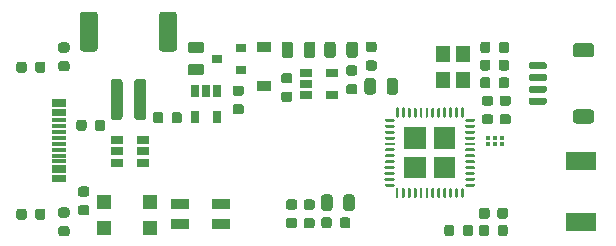
<source format=gbr>
G04 #@! TF.GenerationSoftware,KiCad,Pcbnew,(5.1.7-0-10_14)*
G04 #@! TF.CreationDate,2020-10-24T15:10:09+08:00*
G04 #@! TF.ProjectId,Feather_STM32WB55,46656174-6865-4725-9f53-544d33325742,rev?*
G04 #@! TF.SameCoordinates,Original*
G04 #@! TF.FileFunction,Paste,Top*
G04 #@! TF.FilePolarity,Positive*
%FSLAX46Y46*%
G04 Gerber Fmt 4.6, Leading zero omitted, Abs format (unit mm)*
G04 Created by KiCad (PCBNEW (5.1.7-0-10_14)) date 2020-10-24 15:10:09*
%MOMM*%
%LPD*%
G01*
G04 APERTURE LIST*
%ADD10C,0.100000*%
%ADD11R,2.600000X1.500000*%
%ADD12R,1.150000X0.300000*%
%ADD13R,0.300000X0.300000*%
%ADD14R,1.600000X0.850000*%
%ADD15R,0.242474X0.909637*%
%ADD16R,1.297940X1.148080*%
%ADD17R,1.200000X1.400000*%
%ADD18R,1.200000X0.900000*%
%ADD19R,0.900000X0.800000*%
%ADD20R,0.650000X1.060000*%
%ADD21R,1.060000X0.650000*%
G04 APERTURE END LIST*
D10*
G36*
X163671166Y-93376834D02*
G01*
X163671166Y-91574336D01*
X165473664Y-91574336D01*
X165473664Y-93376834D01*
X163671166Y-93376834D01*
G37*
G36*
X163671166Y-95877666D02*
G01*
X163671166Y-94075168D01*
X165473664Y-94075168D01*
X165473664Y-95877666D01*
X163671166Y-95877666D01*
G37*
G36*
X161170334Y-93376834D02*
G01*
X161170334Y-91574336D01*
X162972832Y-91574336D01*
X162972832Y-93376834D01*
X161170334Y-93376834D01*
G37*
G36*
X161170334Y-95877666D02*
G01*
X161170334Y-94075168D01*
X162972832Y-94075168D01*
X162972832Y-95877666D01*
X161170334Y-95877666D01*
G37*
G36*
G01*
X167575000Y-86556250D02*
X167575000Y-86043750D01*
G75*
G02*
X167793750Y-85825000I218750J0D01*
G01*
X168231250Y-85825000D01*
G75*
G02*
X168450000Y-86043750I0J-218750D01*
G01*
X168450000Y-86556250D01*
G75*
G02*
X168231250Y-86775000I-218750J0D01*
G01*
X167793750Y-86775000D01*
G75*
G02*
X167575000Y-86556250I0J218750D01*
G01*
G37*
G36*
G01*
X169150000Y-86556250D02*
X169150000Y-86043750D01*
G75*
G02*
X169368750Y-85825000I218750J0D01*
G01*
X169806250Y-85825000D01*
G75*
G02*
X170025000Y-86043750I0J-218750D01*
G01*
X170025000Y-86556250D01*
G75*
G02*
X169806250Y-86775000I-218750J0D01*
G01*
X169368750Y-86775000D01*
G75*
G02*
X169150000Y-86556250I0J218750D01*
G01*
G37*
D11*
X176100000Y-94450000D03*
X176100000Y-99550000D03*
D12*
X131940000Y-96056000D03*
X131940000Y-95256000D03*
X131940000Y-90456000D03*
X131940000Y-89656000D03*
X131940000Y-89356000D03*
X131940000Y-90156000D03*
X131940000Y-90956000D03*
X131940000Y-91456000D03*
X131940000Y-91956000D03*
X131940000Y-92456000D03*
X131940000Y-92956000D03*
X131940000Y-93456000D03*
X131940000Y-93956000D03*
X131940000Y-94456000D03*
X131940000Y-94956000D03*
X131940000Y-95756000D03*
D13*
X169412000Y-92475000D03*
X168825000Y-92475000D03*
X168238000Y-92475000D03*
X168238000Y-92975000D03*
X168825000Y-92975000D03*
X169412000Y-92975000D03*
G36*
G01*
X165400000Y-100043750D02*
X165400000Y-100556250D01*
G75*
G02*
X165181250Y-100775000I-218750J0D01*
G01*
X164743750Y-100775000D01*
G75*
G02*
X164525000Y-100556250I0J218750D01*
G01*
X164525000Y-100043750D01*
G75*
G02*
X164743750Y-99825000I218750J0D01*
G01*
X165181250Y-99825000D01*
G75*
G02*
X165400000Y-100043750I0J-218750D01*
G01*
G37*
G36*
G01*
X166975000Y-100043750D02*
X166975000Y-100556250D01*
G75*
G02*
X166756250Y-100775000I-218750J0D01*
G01*
X166318750Y-100775000D01*
G75*
G02*
X166100000Y-100556250I0J218750D01*
G01*
X166100000Y-100043750D01*
G75*
G02*
X166318750Y-99825000I218750J0D01*
G01*
X166756250Y-99825000D01*
G75*
G02*
X166975000Y-100043750I0J-218750D01*
G01*
G37*
G36*
G01*
X129890000Y-86743250D02*
X129890000Y-86230750D01*
G75*
G02*
X130108750Y-86012000I218750J0D01*
G01*
X130546250Y-86012000D01*
G75*
G02*
X130765000Y-86230750I0J-218750D01*
G01*
X130765000Y-86743250D01*
G75*
G02*
X130546250Y-86962000I-218750J0D01*
G01*
X130108750Y-86962000D01*
G75*
G02*
X129890000Y-86743250I0J218750D01*
G01*
G37*
G36*
G01*
X128315000Y-86743250D02*
X128315000Y-86230750D01*
G75*
G02*
X128533750Y-86012000I218750J0D01*
G01*
X128971250Y-86012000D01*
G75*
G02*
X129190000Y-86230750I0J-218750D01*
G01*
X129190000Y-86743250D01*
G75*
G02*
X128971250Y-86962000I-218750J0D01*
G01*
X128533750Y-86962000D01*
G75*
G02*
X128315000Y-86743250I0J218750D01*
G01*
G37*
G36*
G01*
X129190000Y-98676750D02*
X129190000Y-99189250D01*
G75*
G02*
X128971250Y-99408000I-218750J0D01*
G01*
X128533750Y-99408000D01*
G75*
G02*
X128315000Y-99189250I0J218750D01*
G01*
X128315000Y-98676750D01*
G75*
G02*
X128533750Y-98458000I218750J0D01*
G01*
X128971250Y-98458000D01*
G75*
G02*
X129190000Y-98676750I0J-218750D01*
G01*
G37*
G36*
G01*
X130765000Y-98676750D02*
X130765000Y-99189250D01*
G75*
G02*
X130546250Y-99408000I-218750J0D01*
G01*
X130108750Y-99408000D01*
G75*
G02*
X129890000Y-99189250I0J218750D01*
G01*
X129890000Y-98676750D01*
G75*
G02*
X130108750Y-98458000I218750J0D01*
G01*
X130546250Y-98458000D01*
G75*
G02*
X130765000Y-98676750I0J-218750D01*
G01*
G37*
G36*
G01*
X169025000Y-99100000D02*
X169025000Y-98600000D01*
G75*
G02*
X169250000Y-98375000I225000J0D01*
G01*
X169700000Y-98375000D01*
G75*
G02*
X169925000Y-98600000I0J-225000D01*
G01*
X169925000Y-99100000D01*
G75*
G02*
X169700000Y-99325000I-225000J0D01*
G01*
X169250000Y-99325000D01*
G75*
G02*
X169025000Y-99100000I0J225000D01*
G01*
G37*
G36*
G01*
X167475000Y-99100000D02*
X167475000Y-98600000D01*
G75*
G02*
X167700000Y-98375000I225000J0D01*
G01*
X168150000Y-98375000D01*
G75*
G02*
X168375000Y-98600000I0J-225000D01*
G01*
X168375000Y-99100000D01*
G75*
G02*
X168150000Y-99325000I-225000J0D01*
G01*
X167700000Y-99325000D01*
G75*
G02*
X167475000Y-99100000I0J225000D01*
G01*
G37*
D14*
X142150000Y-98025000D03*
X142150000Y-99775000D03*
X145650000Y-98025000D03*
X145650000Y-99775000D03*
G36*
G01*
X160254334Y-96597237D02*
X159587172Y-96597237D01*
G75*
G02*
X159465935Y-96476000I0J121237D01*
G01*
X159465935Y-96476000D01*
G75*
G02*
X159587172Y-96354763I121237J0D01*
G01*
X160254334Y-96354763D01*
G75*
G02*
X160375571Y-96476000I0J-121237D01*
G01*
X160375571Y-96476000D01*
G75*
G02*
X160254334Y-96597237I-121237J0D01*
G01*
G37*
G36*
G01*
X160254334Y-96097237D02*
X159587172Y-96097237D01*
G75*
G02*
X159465935Y-95976000I0J121237D01*
G01*
X159465935Y-95976000D01*
G75*
G02*
X159587172Y-95854763I121237J0D01*
G01*
X160254334Y-95854763D01*
G75*
G02*
X160375571Y-95976000I0J-121237D01*
G01*
X160375571Y-95976000D01*
G75*
G02*
X160254334Y-96097237I-121237J0D01*
G01*
G37*
G36*
G01*
X160254334Y-95597237D02*
X159587172Y-95597237D01*
G75*
G02*
X159465935Y-95476000I0J121237D01*
G01*
X159465935Y-95476000D01*
G75*
G02*
X159587172Y-95354763I121237J0D01*
G01*
X160254334Y-95354763D01*
G75*
G02*
X160375571Y-95476000I0J-121237D01*
G01*
X160375571Y-95476000D01*
G75*
G02*
X160254334Y-95597237I-121237J0D01*
G01*
G37*
G36*
G01*
X160254334Y-95097237D02*
X159587172Y-95097237D01*
G75*
G02*
X159465935Y-94976000I0J121237D01*
G01*
X159465935Y-94976000D01*
G75*
G02*
X159587172Y-94854763I121237J0D01*
G01*
X160254334Y-94854763D01*
G75*
G02*
X160375571Y-94976000I0J-121237D01*
G01*
X160375571Y-94976000D01*
G75*
G02*
X160254334Y-95097237I-121237J0D01*
G01*
G37*
G36*
G01*
X160254334Y-94597237D02*
X159587172Y-94597237D01*
G75*
G02*
X159465935Y-94476000I0J121237D01*
G01*
X159465935Y-94476000D01*
G75*
G02*
X159587172Y-94354763I121237J0D01*
G01*
X160254334Y-94354763D01*
G75*
G02*
X160375571Y-94476000I0J-121237D01*
G01*
X160375571Y-94476000D01*
G75*
G02*
X160254334Y-94597237I-121237J0D01*
G01*
G37*
G36*
G01*
X160254334Y-94097237D02*
X159587172Y-94097237D01*
G75*
G02*
X159465935Y-93976000I0J121237D01*
G01*
X159465935Y-93976000D01*
G75*
G02*
X159587172Y-93854763I121237J0D01*
G01*
X160254334Y-93854763D01*
G75*
G02*
X160375571Y-93976000I0J-121237D01*
G01*
X160375571Y-93976000D01*
G75*
G02*
X160254334Y-94097237I-121237J0D01*
G01*
G37*
G36*
G01*
X160254334Y-93597237D02*
X159587172Y-93597237D01*
G75*
G02*
X159465935Y-93476000I0J121237D01*
G01*
X159465935Y-93476000D01*
G75*
G02*
X159587172Y-93354763I121237J0D01*
G01*
X160254334Y-93354763D01*
G75*
G02*
X160375571Y-93476000I0J-121237D01*
G01*
X160375571Y-93476000D01*
G75*
G02*
X160254334Y-93597237I-121237J0D01*
G01*
G37*
G36*
G01*
X160254334Y-93097237D02*
X159587172Y-93097237D01*
G75*
G02*
X159465935Y-92976000I0J121237D01*
G01*
X159465935Y-92976000D01*
G75*
G02*
X159587172Y-92854763I121237J0D01*
G01*
X160254334Y-92854763D01*
G75*
G02*
X160375571Y-92976000I0J-121237D01*
G01*
X160375571Y-92976000D01*
G75*
G02*
X160254334Y-93097237I-121237J0D01*
G01*
G37*
G36*
G01*
X160254334Y-92597237D02*
X159587172Y-92597237D01*
G75*
G02*
X159465935Y-92476000I0J121237D01*
G01*
X159465935Y-92476000D01*
G75*
G02*
X159587172Y-92354763I121237J0D01*
G01*
X160254334Y-92354763D01*
G75*
G02*
X160375571Y-92476000I0J-121237D01*
G01*
X160375571Y-92476000D01*
G75*
G02*
X160254334Y-92597237I-121237J0D01*
G01*
G37*
G36*
G01*
X160254334Y-92097237D02*
X159587172Y-92097237D01*
G75*
G02*
X159465935Y-91976000I0J121237D01*
G01*
X159465935Y-91976000D01*
G75*
G02*
X159587172Y-91854763I121237J0D01*
G01*
X160254334Y-91854763D01*
G75*
G02*
X160375571Y-91976000I0J-121237D01*
G01*
X160375571Y-91976000D01*
G75*
G02*
X160254334Y-92097237I-121237J0D01*
G01*
G37*
G36*
G01*
X160254334Y-91597237D02*
X159587172Y-91597237D01*
G75*
G02*
X159465935Y-91476000I0J121237D01*
G01*
X159465935Y-91476000D01*
G75*
G02*
X159587172Y-91354763I121237J0D01*
G01*
X160254334Y-91354763D01*
G75*
G02*
X160375571Y-91476000I0J-121237D01*
G01*
X160375571Y-91476000D01*
G75*
G02*
X160254334Y-91597237I-121237J0D01*
G01*
G37*
G36*
G01*
X160254334Y-91097237D02*
X159587172Y-91097237D01*
G75*
G02*
X159465935Y-90976000I0J121237D01*
G01*
X159465935Y-90976000D01*
G75*
G02*
X159587172Y-90854763I121237J0D01*
G01*
X160254334Y-90854763D01*
G75*
G02*
X160375571Y-90976000I0J-121237D01*
G01*
X160375571Y-90976000D01*
G75*
G02*
X160254334Y-91097237I-121237J0D01*
G01*
G37*
G36*
G01*
X167056829Y-91097237D02*
X166389667Y-91097237D01*
G75*
G02*
X166268430Y-90976000I0J121237D01*
G01*
X166268430Y-90976000D01*
G75*
G02*
X166389667Y-90854763I121237J0D01*
G01*
X167056829Y-90854763D01*
G75*
G02*
X167178066Y-90976000I0J-121237D01*
G01*
X167178066Y-90976000D01*
G75*
G02*
X167056829Y-91097237I-121237J0D01*
G01*
G37*
G36*
G01*
X167056829Y-91597237D02*
X166389667Y-91597237D01*
G75*
G02*
X166268430Y-91476000I0J121237D01*
G01*
X166268430Y-91476000D01*
G75*
G02*
X166389667Y-91354763I121237J0D01*
G01*
X167056829Y-91354763D01*
G75*
G02*
X167178066Y-91476000I0J-121237D01*
G01*
X167178066Y-91476000D01*
G75*
G02*
X167056829Y-91597237I-121237J0D01*
G01*
G37*
G36*
G01*
X167056829Y-92097237D02*
X166389667Y-92097237D01*
G75*
G02*
X166268430Y-91976000I0J121237D01*
G01*
X166268430Y-91976000D01*
G75*
G02*
X166389667Y-91854763I121237J0D01*
G01*
X167056829Y-91854763D01*
G75*
G02*
X167178066Y-91976000I0J-121237D01*
G01*
X167178066Y-91976000D01*
G75*
G02*
X167056829Y-92097237I-121237J0D01*
G01*
G37*
G36*
G01*
X167056829Y-92597237D02*
X166389667Y-92597237D01*
G75*
G02*
X166268430Y-92476000I0J121237D01*
G01*
X166268430Y-92476000D01*
G75*
G02*
X166389667Y-92354763I121237J0D01*
G01*
X167056829Y-92354763D01*
G75*
G02*
X167178066Y-92476000I0J-121237D01*
G01*
X167178066Y-92476000D01*
G75*
G02*
X167056829Y-92597237I-121237J0D01*
G01*
G37*
G36*
G01*
X167056829Y-93097237D02*
X166389667Y-93097237D01*
G75*
G02*
X166268430Y-92976000I0J121237D01*
G01*
X166268430Y-92976000D01*
G75*
G02*
X166389667Y-92854763I121237J0D01*
G01*
X167056829Y-92854763D01*
G75*
G02*
X167178066Y-92976000I0J-121237D01*
G01*
X167178066Y-92976000D01*
G75*
G02*
X167056829Y-93097237I-121237J0D01*
G01*
G37*
G36*
G01*
X167056829Y-93597237D02*
X166389667Y-93597237D01*
G75*
G02*
X166268430Y-93476000I0J121237D01*
G01*
X166268430Y-93476000D01*
G75*
G02*
X166389667Y-93354763I121237J0D01*
G01*
X167056829Y-93354763D01*
G75*
G02*
X167178066Y-93476000I0J-121237D01*
G01*
X167178066Y-93476000D01*
G75*
G02*
X167056829Y-93597237I-121237J0D01*
G01*
G37*
G36*
G01*
X167056829Y-94097237D02*
X166389667Y-94097237D01*
G75*
G02*
X166268430Y-93976000I0J121237D01*
G01*
X166268430Y-93976000D01*
G75*
G02*
X166389667Y-93854763I121237J0D01*
G01*
X167056829Y-93854763D01*
G75*
G02*
X167178066Y-93976000I0J-121237D01*
G01*
X167178066Y-93976000D01*
G75*
G02*
X167056829Y-94097237I-121237J0D01*
G01*
G37*
G36*
G01*
X167056829Y-94597237D02*
X166389667Y-94597237D01*
G75*
G02*
X166268430Y-94476000I0J121237D01*
G01*
X166268430Y-94476000D01*
G75*
G02*
X166389667Y-94354763I121237J0D01*
G01*
X167056829Y-94354763D01*
G75*
G02*
X167178066Y-94476000I0J-121237D01*
G01*
X167178066Y-94476000D01*
G75*
G02*
X167056829Y-94597237I-121237J0D01*
G01*
G37*
G36*
G01*
X167056829Y-95097237D02*
X166389667Y-95097237D01*
G75*
G02*
X166268430Y-94976000I0J121237D01*
G01*
X166268430Y-94976000D01*
G75*
G02*
X166389667Y-94854763I121237J0D01*
G01*
X167056829Y-94854763D01*
G75*
G02*
X167178066Y-94976000I0J-121237D01*
G01*
X167178066Y-94976000D01*
G75*
G02*
X167056829Y-95097237I-121237J0D01*
G01*
G37*
G36*
G01*
X167056829Y-95597237D02*
X166389667Y-95597237D01*
G75*
G02*
X166268430Y-95476000I0J121237D01*
G01*
X166268430Y-95476000D01*
G75*
G02*
X166389667Y-95354763I121237J0D01*
G01*
X167056829Y-95354763D01*
G75*
G02*
X167178066Y-95476000I0J-121237D01*
G01*
X167178066Y-95476000D01*
G75*
G02*
X167056829Y-95597237I-121237J0D01*
G01*
G37*
G36*
G01*
X167056829Y-96097237D02*
X166389667Y-96097237D01*
G75*
G02*
X166268430Y-95976000I0J121237D01*
G01*
X166268430Y-95976000D01*
G75*
G02*
X166389667Y-95854763I121237J0D01*
G01*
X167056829Y-95854763D01*
G75*
G02*
X167178066Y-95976000I0J-121237D01*
G01*
X167178066Y-95976000D01*
G75*
G02*
X167056829Y-96097237I-121237J0D01*
G01*
G37*
G36*
G01*
X167056829Y-96597237D02*
X166389667Y-96597237D01*
G75*
G02*
X166268430Y-96476000I0J121237D01*
G01*
X166268430Y-96476000D01*
G75*
G02*
X166389667Y-96354763I121237J0D01*
G01*
X167056829Y-96354763D01*
G75*
G02*
X167178066Y-96476000I0J-121237D01*
G01*
X167178066Y-96476000D01*
G75*
G02*
X167056829Y-96597237I-121237J0D01*
G01*
G37*
G36*
G01*
X160572000Y-90779570D02*
X160572000Y-90779570D01*
G75*
G02*
X160450763Y-90658333I0J121237D01*
G01*
X160450763Y-89991171D01*
G75*
G02*
X160572000Y-89869934I121237J0D01*
G01*
X160572000Y-89869934D01*
G75*
G02*
X160693237Y-89991171I0J-121237D01*
G01*
X160693237Y-90658333D01*
G75*
G02*
X160572000Y-90779570I-121237J0D01*
G01*
G37*
G36*
G01*
X161072000Y-90779570D02*
X161072000Y-90779570D01*
G75*
G02*
X160950763Y-90658333I0J121237D01*
G01*
X160950763Y-89991171D01*
G75*
G02*
X161072000Y-89869934I121237J0D01*
G01*
X161072000Y-89869934D01*
G75*
G02*
X161193237Y-89991171I0J-121237D01*
G01*
X161193237Y-90658333D01*
G75*
G02*
X161072000Y-90779570I-121237J0D01*
G01*
G37*
G36*
G01*
X161572000Y-90779570D02*
X161572000Y-90779570D01*
G75*
G02*
X161450763Y-90658333I0J121237D01*
G01*
X161450763Y-89991171D01*
G75*
G02*
X161572000Y-89869934I121237J0D01*
G01*
X161572000Y-89869934D01*
G75*
G02*
X161693237Y-89991171I0J-121237D01*
G01*
X161693237Y-90658333D01*
G75*
G02*
X161572000Y-90779570I-121237J0D01*
G01*
G37*
G36*
G01*
X162072000Y-90779570D02*
X162072000Y-90779570D01*
G75*
G02*
X161950763Y-90658333I0J121237D01*
G01*
X161950763Y-89991171D01*
G75*
G02*
X162072000Y-89869934I121237J0D01*
G01*
X162072000Y-89869934D01*
G75*
G02*
X162193237Y-89991171I0J-121237D01*
G01*
X162193237Y-90658333D01*
G75*
G02*
X162072000Y-90779570I-121237J0D01*
G01*
G37*
G36*
G01*
X162572000Y-90779570D02*
X162572000Y-90779570D01*
G75*
G02*
X162450763Y-90658333I0J121237D01*
G01*
X162450763Y-89991171D01*
G75*
G02*
X162572000Y-89869934I121237J0D01*
G01*
X162572000Y-89869934D01*
G75*
G02*
X162693237Y-89991171I0J-121237D01*
G01*
X162693237Y-90658333D01*
G75*
G02*
X162572000Y-90779570I-121237J0D01*
G01*
G37*
G36*
G01*
X163072000Y-90779570D02*
X163072000Y-90779570D01*
G75*
G02*
X162950763Y-90658333I0J121237D01*
G01*
X162950763Y-89991171D01*
G75*
G02*
X163072000Y-89869934I121237J0D01*
G01*
X163072000Y-89869934D01*
G75*
G02*
X163193237Y-89991171I0J-121237D01*
G01*
X163193237Y-90658333D01*
G75*
G02*
X163072000Y-90779570I-121237J0D01*
G01*
G37*
G36*
G01*
X163572000Y-90779570D02*
X163572000Y-90779570D01*
G75*
G02*
X163450763Y-90658333I0J121237D01*
G01*
X163450763Y-89991171D01*
G75*
G02*
X163572000Y-89869934I121237J0D01*
G01*
X163572000Y-89869934D01*
G75*
G02*
X163693237Y-89991171I0J-121237D01*
G01*
X163693237Y-90658333D01*
G75*
G02*
X163572000Y-90779570I-121237J0D01*
G01*
G37*
G36*
G01*
X164072000Y-90779570D02*
X164072000Y-90779570D01*
G75*
G02*
X163950763Y-90658333I0J121237D01*
G01*
X163950763Y-89991171D01*
G75*
G02*
X164072000Y-89869934I121237J0D01*
G01*
X164072000Y-89869934D01*
G75*
G02*
X164193237Y-89991171I0J-121237D01*
G01*
X164193237Y-90658333D01*
G75*
G02*
X164072000Y-90779570I-121237J0D01*
G01*
G37*
G36*
G01*
X164572000Y-90779570D02*
X164572000Y-90779570D01*
G75*
G02*
X164450763Y-90658333I0J121237D01*
G01*
X164450763Y-89991171D01*
G75*
G02*
X164572000Y-89869934I121237J0D01*
G01*
X164572000Y-89869934D01*
G75*
G02*
X164693237Y-89991171I0J-121237D01*
G01*
X164693237Y-90658333D01*
G75*
G02*
X164572000Y-90779570I-121237J0D01*
G01*
G37*
G36*
G01*
X165072000Y-90779570D02*
X165072000Y-90779570D01*
G75*
G02*
X164950763Y-90658333I0J121237D01*
G01*
X164950763Y-89991171D01*
G75*
G02*
X165072000Y-89869934I121237J0D01*
G01*
X165072000Y-89869934D01*
G75*
G02*
X165193237Y-89991171I0J-121237D01*
G01*
X165193237Y-90658333D01*
G75*
G02*
X165072000Y-90779570I-121237J0D01*
G01*
G37*
G36*
G01*
X165572000Y-90779570D02*
X165572000Y-90779570D01*
G75*
G02*
X165450763Y-90658333I0J121237D01*
G01*
X165450763Y-89991171D01*
G75*
G02*
X165572000Y-89869934I121237J0D01*
G01*
X165572000Y-89869934D01*
G75*
G02*
X165693237Y-89991171I0J-121237D01*
G01*
X165693237Y-90658333D01*
G75*
G02*
X165572000Y-90779570I-121237J0D01*
G01*
G37*
G36*
G01*
X166072000Y-90779570D02*
X166072000Y-90779570D01*
G75*
G02*
X165950763Y-90658333I0J121237D01*
G01*
X165950763Y-89991171D01*
G75*
G02*
X166072000Y-89869934I121237J0D01*
G01*
X166072000Y-89869934D01*
G75*
G02*
X166193237Y-89991171I0J-121237D01*
G01*
X166193237Y-90658333D01*
G75*
G02*
X166072000Y-90779570I-121237J0D01*
G01*
G37*
G36*
G01*
X166072000Y-97582065D02*
X166072000Y-97582065D01*
G75*
G02*
X165950763Y-97460828I0J121237D01*
G01*
X165950763Y-96793666D01*
G75*
G02*
X166072000Y-96672429I121237J0D01*
G01*
X166072000Y-96672429D01*
G75*
G02*
X166193237Y-96793666I0J-121237D01*
G01*
X166193237Y-97460828D01*
G75*
G02*
X166072000Y-97582065I-121237J0D01*
G01*
G37*
G36*
G01*
X165572000Y-97582065D02*
X165572000Y-97582065D01*
G75*
G02*
X165450763Y-97460828I0J121237D01*
G01*
X165450763Y-96793666D01*
G75*
G02*
X165572000Y-96672429I121237J0D01*
G01*
X165572000Y-96672429D01*
G75*
G02*
X165693237Y-96793666I0J-121237D01*
G01*
X165693237Y-97460828D01*
G75*
G02*
X165572000Y-97582065I-121237J0D01*
G01*
G37*
G36*
G01*
X165072000Y-97582065D02*
X165072000Y-97582065D01*
G75*
G02*
X164950763Y-97460828I0J121237D01*
G01*
X164950763Y-96793666D01*
G75*
G02*
X165072000Y-96672429I121237J0D01*
G01*
X165072000Y-96672429D01*
G75*
G02*
X165193237Y-96793666I0J-121237D01*
G01*
X165193237Y-97460828D01*
G75*
G02*
X165072000Y-97582065I-121237J0D01*
G01*
G37*
G36*
G01*
X164572000Y-97582065D02*
X164572000Y-97582065D01*
G75*
G02*
X164450763Y-97460828I0J121237D01*
G01*
X164450763Y-96793666D01*
G75*
G02*
X164572000Y-96672429I121237J0D01*
G01*
X164572000Y-96672429D01*
G75*
G02*
X164693237Y-96793666I0J-121237D01*
G01*
X164693237Y-97460828D01*
G75*
G02*
X164572000Y-97582065I-121237J0D01*
G01*
G37*
G36*
G01*
X164072000Y-97582065D02*
X164072000Y-97582065D01*
G75*
G02*
X163950763Y-97460828I0J121237D01*
G01*
X163950763Y-96793666D01*
G75*
G02*
X164072000Y-96672429I121237J0D01*
G01*
X164072000Y-96672429D01*
G75*
G02*
X164193237Y-96793666I0J-121237D01*
G01*
X164193237Y-97460828D01*
G75*
G02*
X164072000Y-97582065I-121237J0D01*
G01*
G37*
G36*
G01*
X163572000Y-97582065D02*
X163572000Y-97582065D01*
G75*
G02*
X163450763Y-97460828I0J121237D01*
G01*
X163450763Y-96793666D01*
G75*
G02*
X163572000Y-96672429I121237J0D01*
G01*
X163572000Y-96672429D01*
G75*
G02*
X163693237Y-96793666I0J-121237D01*
G01*
X163693237Y-97460828D01*
G75*
G02*
X163572000Y-97582065I-121237J0D01*
G01*
G37*
G36*
G01*
X163072000Y-97582065D02*
X163072000Y-97582065D01*
G75*
G02*
X162950763Y-97460828I0J121237D01*
G01*
X162950763Y-96793666D01*
G75*
G02*
X163072000Y-96672429I121237J0D01*
G01*
X163072000Y-96672429D01*
G75*
G02*
X163193237Y-96793666I0J-121237D01*
G01*
X163193237Y-97460828D01*
G75*
G02*
X163072000Y-97582065I-121237J0D01*
G01*
G37*
G36*
G01*
X162572000Y-97582065D02*
X162572000Y-97582065D01*
G75*
G02*
X162450763Y-97460828I0J121237D01*
G01*
X162450763Y-96793666D01*
G75*
G02*
X162572000Y-96672429I121237J0D01*
G01*
X162572000Y-96672429D01*
G75*
G02*
X162693237Y-96793666I0J-121237D01*
G01*
X162693237Y-97460828D01*
G75*
G02*
X162572000Y-97582065I-121237J0D01*
G01*
G37*
G36*
G01*
X162072000Y-97582065D02*
X162072000Y-97582065D01*
G75*
G02*
X161950763Y-97460828I0J121237D01*
G01*
X161950763Y-96793666D01*
G75*
G02*
X162072000Y-96672429I121237J0D01*
G01*
X162072000Y-96672429D01*
G75*
G02*
X162193237Y-96793666I0J-121237D01*
G01*
X162193237Y-97460828D01*
G75*
G02*
X162072000Y-97582065I-121237J0D01*
G01*
G37*
G36*
G01*
X161572000Y-97582065D02*
X161572000Y-97582065D01*
G75*
G02*
X161450763Y-97460828I0J121237D01*
G01*
X161450763Y-96793666D01*
G75*
G02*
X161572000Y-96672429I121237J0D01*
G01*
X161572000Y-96672429D01*
G75*
G02*
X161693237Y-96793666I0J-121237D01*
G01*
X161693237Y-97460828D01*
G75*
G02*
X161572000Y-97582065I-121237J0D01*
G01*
G37*
G36*
G01*
X161072000Y-97582065D02*
X161072000Y-97582065D01*
G75*
G02*
X160950763Y-97460828I0J121237D01*
G01*
X160950763Y-96793666D01*
G75*
G02*
X161072000Y-96672429I121237J0D01*
G01*
X161072000Y-96672429D01*
G75*
G02*
X161193237Y-96793666I0J-121237D01*
G01*
X161193237Y-97460828D01*
G75*
G02*
X161072000Y-97582065I-121237J0D01*
G01*
G37*
D15*
X160572000Y-97127247D03*
G36*
G01*
X135195000Y-82010000D02*
X135195000Y-84910000D01*
G75*
G02*
X134945000Y-85160000I-250000J0D01*
G01*
X133945000Y-85160000D01*
G75*
G02*
X133695000Y-84910000I0J250000D01*
G01*
X133695000Y-82010000D01*
G75*
G02*
X133945000Y-81760000I250000J0D01*
G01*
X134945000Y-81760000D01*
G75*
G02*
X135195000Y-82010000I0J-250000D01*
G01*
G37*
G36*
G01*
X141895000Y-82010000D02*
X141895000Y-84910000D01*
G75*
G02*
X141645000Y-85160000I-250000J0D01*
G01*
X140645000Y-85160000D01*
G75*
G02*
X140395000Y-84910000I0J250000D01*
G01*
X140395000Y-82010000D01*
G75*
G02*
X140645000Y-81760000I250000J0D01*
G01*
X141645000Y-81760000D01*
G75*
G02*
X141895000Y-82010000I0J-250000D01*
G01*
G37*
G36*
G01*
X137295000Y-87710000D02*
X137295000Y-90710000D01*
G75*
G02*
X137045000Y-90960000I-250000J0D01*
G01*
X136545000Y-90960000D01*
G75*
G02*
X136295000Y-90710000I0J250000D01*
G01*
X136295000Y-87710000D01*
G75*
G02*
X136545000Y-87460000I250000J0D01*
G01*
X137045000Y-87460000D01*
G75*
G02*
X137295000Y-87710000I0J-250000D01*
G01*
G37*
G36*
G01*
X139295000Y-87710000D02*
X139295000Y-90710000D01*
G75*
G02*
X139045000Y-90960000I-250000J0D01*
G01*
X138545000Y-90960000D01*
G75*
G02*
X138295000Y-90710000I0J250000D01*
G01*
X138295000Y-87710000D01*
G75*
G02*
X138545000Y-87460000I250000J0D01*
G01*
X139045000Y-87460000D01*
G75*
G02*
X139295000Y-87710000I0J-250000D01*
G01*
G37*
D16*
X139648180Y-100074420D03*
X135751820Y-100074420D03*
X139648180Y-97925580D03*
X135751820Y-97925580D03*
D17*
X166150000Y-85400000D03*
X166150000Y-87600000D03*
X164450000Y-87600000D03*
X164450000Y-85400000D03*
D18*
X149250000Y-84750000D03*
X149250000Y-88050000D03*
G36*
G01*
X173075000Y-89650000D02*
X171825000Y-89650000D01*
G75*
G02*
X171675000Y-89500000I0J150000D01*
G01*
X171675000Y-89200000D01*
G75*
G02*
X171825000Y-89050000I150000J0D01*
G01*
X173075000Y-89050000D01*
G75*
G02*
X173225000Y-89200000I0J-150000D01*
G01*
X173225000Y-89500000D01*
G75*
G02*
X173075000Y-89650000I-150000J0D01*
G01*
G37*
G36*
G01*
X173075000Y-88650000D02*
X171825000Y-88650000D01*
G75*
G02*
X171675000Y-88500000I0J150000D01*
G01*
X171675000Y-88200000D01*
G75*
G02*
X171825000Y-88050000I150000J0D01*
G01*
X173075000Y-88050000D01*
G75*
G02*
X173225000Y-88200000I0J-150000D01*
G01*
X173225000Y-88500000D01*
G75*
G02*
X173075000Y-88650000I-150000J0D01*
G01*
G37*
G36*
G01*
X173075000Y-87650000D02*
X171825000Y-87650000D01*
G75*
G02*
X171675000Y-87500000I0J150000D01*
G01*
X171675000Y-87200000D01*
G75*
G02*
X171825000Y-87050000I150000J0D01*
G01*
X173075000Y-87050000D01*
G75*
G02*
X173225000Y-87200000I0J-150000D01*
G01*
X173225000Y-87500000D01*
G75*
G02*
X173075000Y-87650000I-150000J0D01*
G01*
G37*
G36*
G01*
X173075000Y-86650000D02*
X171825000Y-86650000D01*
G75*
G02*
X171675000Y-86500000I0J150000D01*
G01*
X171675000Y-86200000D01*
G75*
G02*
X171825000Y-86050000I150000J0D01*
G01*
X173075000Y-86050000D01*
G75*
G02*
X173225000Y-86200000I0J-150000D01*
G01*
X173225000Y-86500000D01*
G75*
G02*
X173075000Y-86650000I-150000J0D01*
G01*
G37*
G36*
G01*
X176975001Y-91250000D02*
X175674999Y-91250000D01*
G75*
G02*
X175425000Y-91000001I0J249999D01*
G01*
X175425000Y-90299999D01*
G75*
G02*
X175674999Y-90050000I249999J0D01*
G01*
X176975001Y-90050000D01*
G75*
G02*
X177225000Y-90299999I0J-249999D01*
G01*
X177225000Y-91000001D01*
G75*
G02*
X176975001Y-91250000I-249999J0D01*
G01*
G37*
G36*
G01*
X176975001Y-85650000D02*
X175674999Y-85650000D01*
G75*
G02*
X175425000Y-85400001I0J249999D01*
G01*
X175425000Y-84699999D01*
G75*
G02*
X175674999Y-84450000I249999J0D01*
G01*
X176975001Y-84450000D01*
G75*
G02*
X177225000Y-84699999I0J-249999D01*
G01*
X177225000Y-85400001D01*
G75*
G02*
X176975001Y-85650000I-249999J0D01*
G01*
G37*
D19*
X147300000Y-86750000D03*
X147300000Y-84850000D03*
X145300000Y-85800000D03*
D20*
X145299000Y-88466000D03*
X144349000Y-88466000D03*
X143399000Y-88466000D03*
X143399000Y-90666000D03*
X145299000Y-90666000D03*
D21*
X155016000Y-86930000D03*
X155016000Y-88830000D03*
X152816000Y-88830000D03*
X152816000Y-87880000D03*
X152816000Y-86930000D03*
X136822000Y-92649000D03*
X136822000Y-93599000D03*
X136822000Y-94549000D03*
X139022000Y-94549000D03*
X139022000Y-92649000D03*
X139022000Y-93599000D03*
G36*
G01*
X143053750Y-84325000D02*
X143966250Y-84325000D01*
G75*
G02*
X144210000Y-84568750I0J-243750D01*
G01*
X144210000Y-85056250D01*
G75*
G02*
X143966250Y-85300000I-243750J0D01*
G01*
X143053750Y-85300000D01*
G75*
G02*
X142810000Y-85056250I0J243750D01*
G01*
X142810000Y-84568750D01*
G75*
G02*
X143053750Y-84325000I243750J0D01*
G01*
G37*
G36*
G01*
X143053750Y-86200000D02*
X143966250Y-86200000D01*
G75*
G02*
X144210000Y-86443750I0J-243750D01*
G01*
X144210000Y-86931250D01*
G75*
G02*
X143966250Y-87175000I-243750J0D01*
G01*
X143053750Y-87175000D01*
G75*
G02*
X142810000Y-86931250I0J243750D01*
G01*
X142810000Y-86443750D01*
G75*
G02*
X143053750Y-86200000I243750J0D01*
G01*
G37*
G36*
G01*
X152650000Y-85456250D02*
X152650000Y-84543750D01*
G75*
G02*
X152893750Y-84300000I243750J0D01*
G01*
X153381250Y-84300000D01*
G75*
G02*
X153625000Y-84543750I0J-243750D01*
G01*
X153625000Y-85456250D01*
G75*
G02*
X153381250Y-85700000I-243750J0D01*
G01*
X152893750Y-85700000D01*
G75*
G02*
X152650000Y-85456250I0J243750D01*
G01*
G37*
G36*
G01*
X150775000Y-85456250D02*
X150775000Y-84543750D01*
G75*
G02*
X151018750Y-84300000I243750J0D01*
G01*
X151506250Y-84300000D01*
G75*
G02*
X151750000Y-84543750I0J-243750D01*
G01*
X151750000Y-85456250D01*
G75*
G02*
X151506250Y-85700000I-243750J0D01*
G01*
X151018750Y-85700000D01*
G75*
G02*
X150775000Y-85456250I0J243750D01*
G01*
G37*
G36*
G01*
X154375000Y-85456250D02*
X154375000Y-84543750D01*
G75*
G02*
X154618750Y-84300000I243750J0D01*
G01*
X155106250Y-84300000D01*
G75*
G02*
X155350000Y-84543750I0J-243750D01*
G01*
X155350000Y-85456250D01*
G75*
G02*
X155106250Y-85700000I-243750J0D01*
G01*
X154618750Y-85700000D01*
G75*
G02*
X154375000Y-85456250I0J243750D01*
G01*
G37*
G36*
G01*
X156250000Y-85456250D02*
X156250000Y-84543750D01*
G75*
G02*
X156493750Y-84300000I243750J0D01*
G01*
X156981250Y-84300000D01*
G75*
G02*
X157225000Y-84543750I0J-243750D01*
G01*
X157225000Y-85456250D01*
G75*
G02*
X156981250Y-85700000I-243750J0D01*
G01*
X156493750Y-85700000D01*
G75*
G02*
X156250000Y-85456250I0J243750D01*
G01*
G37*
G36*
G01*
X158750000Y-87643750D02*
X158750000Y-88556250D01*
G75*
G02*
X158506250Y-88800000I-243750J0D01*
G01*
X158018750Y-88800000D01*
G75*
G02*
X157775000Y-88556250I0J243750D01*
G01*
X157775000Y-87643750D01*
G75*
G02*
X158018750Y-87400000I243750J0D01*
G01*
X158506250Y-87400000D01*
G75*
G02*
X158750000Y-87643750I0J-243750D01*
G01*
G37*
G36*
G01*
X160625000Y-87643750D02*
X160625000Y-88556250D01*
G75*
G02*
X160381250Y-88800000I-243750J0D01*
G01*
X159893750Y-88800000D01*
G75*
G02*
X159650000Y-88556250I0J243750D01*
G01*
X159650000Y-87643750D01*
G75*
G02*
X159893750Y-87400000I243750J0D01*
G01*
X160381250Y-87400000D01*
G75*
G02*
X160625000Y-87643750I0J-243750D01*
G01*
G37*
G36*
G01*
X167475000Y-100556250D02*
X167475000Y-100043750D01*
G75*
G02*
X167693750Y-99825000I218750J0D01*
G01*
X168131250Y-99825000D01*
G75*
G02*
X168350000Y-100043750I0J-218750D01*
G01*
X168350000Y-100556250D01*
G75*
G02*
X168131250Y-100775000I-218750J0D01*
G01*
X167693750Y-100775000D01*
G75*
G02*
X167475000Y-100556250I0J218750D01*
G01*
G37*
G36*
G01*
X169050000Y-100556250D02*
X169050000Y-100043750D01*
G75*
G02*
X169268750Y-99825000I218750J0D01*
G01*
X169706250Y-99825000D01*
G75*
G02*
X169925000Y-100043750I0J-218750D01*
G01*
X169925000Y-100556250D01*
G75*
G02*
X169706250Y-100775000I-218750J0D01*
G01*
X169268750Y-100775000D01*
G75*
G02*
X169050000Y-100556250I0J218750D01*
G01*
G37*
G36*
G01*
X156962500Y-97493750D02*
X156962500Y-98406250D01*
G75*
G02*
X156718750Y-98650000I-243750J0D01*
G01*
X156231250Y-98650000D01*
G75*
G02*
X155987500Y-98406250I0J243750D01*
G01*
X155987500Y-97493750D01*
G75*
G02*
X156231250Y-97250000I243750J0D01*
G01*
X156718750Y-97250000D01*
G75*
G02*
X156962500Y-97493750I0J-243750D01*
G01*
G37*
G36*
G01*
X155087500Y-97493750D02*
X155087500Y-98406250D01*
G75*
G02*
X154843750Y-98650000I-243750J0D01*
G01*
X154356250Y-98650000D01*
G75*
G02*
X154112500Y-98406250I0J243750D01*
G01*
X154112500Y-97493750D01*
G75*
G02*
X154356250Y-97250000I243750J0D01*
G01*
X154843750Y-97250000D01*
G75*
G02*
X155087500Y-97493750I0J-243750D01*
G01*
G37*
G36*
G01*
X152843750Y-97673000D02*
X153356250Y-97673000D01*
G75*
G02*
X153575000Y-97891750I0J-218750D01*
G01*
X153575000Y-98329250D01*
G75*
G02*
X153356250Y-98548000I-218750J0D01*
G01*
X152843750Y-98548000D01*
G75*
G02*
X152625000Y-98329250I0J218750D01*
G01*
X152625000Y-97891750D01*
G75*
G02*
X152843750Y-97673000I218750J0D01*
G01*
G37*
G36*
G01*
X152843750Y-99248000D02*
X153356250Y-99248000D01*
G75*
G02*
X153575000Y-99466750I0J-218750D01*
G01*
X153575000Y-99904250D01*
G75*
G02*
X153356250Y-100123000I-218750J0D01*
G01*
X152843750Y-100123000D01*
G75*
G02*
X152625000Y-99904250I0J218750D01*
G01*
X152625000Y-99466750D01*
G75*
G02*
X152843750Y-99248000I218750J0D01*
G01*
G37*
G36*
G01*
X151350750Y-99248000D02*
X151863250Y-99248000D01*
G75*
G02*
X152082000Y-99466750I0J-218750D01*
G01*
X152082000Y-99904250D01*
G75*
G02*
X151863250Y-100123000I-218750J0D01*
G01*
X151350750Y-100123000D01*
G75*
G02*
X151132000Y-99904250I0J218750D01*
G01*
X151132000Y-99466750D01*
G75*
G02*
X151350750Y-99248000I218750J0D01*
G01*
G37*
G36*
G01*
X151350750Y-97673000D02*
X151863250Y-97673000D01*
G75*
G02*
X152082000Y-97891750I0J-218750D01*
G01*
X152082000Y-98329250D01*
G75*
G02*
X151863250Y-98548000I-218750J0D01*
G01*
X151350750Y-98548000D01*
G75*
G02*
X151132000Y-98329250I0J218750D01*
G01*
X151132000Y-97891750D01*
G75*
G02*
X151350750Y-97673000I218750J0D01*
G01*
G37*
G36*
G01*
X169150000Y-88056250D02*
X169150000Y-87543750D01*
G75*
G02*
X169368750Y-87325000I218750J0D01*
G01*
X169806250Y-87325000D01*
G75*
G02*
X170025000Y-87543750I0J-218750D01*
G01*
X170025000Y-88056250D01*
G75*
G02*
X169806250Y-88275000I-218750J0D01*
G01*
X169368750Y-88275000D01*
G75*
G02*
X169150000Y-88056250I0J218750D01*
G01*
G37*
G36*
G01*
X167575000Y-88056250D02*
X167575000Y-87543750D01*
G75*
G02*
X167793750Y-87325000I218750J0D01*
G01*
X168231250Y-87325000D01*
G75*
G02*
X168450000Y-87543750I0J-218750D01*
G01*
X168450000Y-88056250D01*
G75*
G02*
X168231250Y-88275000I-218750J0D01*
G01*
X167793750Y-88275000D01*
G75*
G02*
X167575000Y-88056250I0J218750D01*
G01*
G37*
G36*
G01*
X158606250Y-85200000D02*
X158093750Y-85200000D01*
G75*
G02*
X157875000Y-84981250I0J218750D01*
G01*
X157875000Y-84543750D01*
G75*
G02*
X158093750Y-84325000I218750J0D01*
G01*
X158606250Y-84325000D01*
G75*
G02*
X158825000Y-84543750I0J-218750D01*
G01*
X158825000Y-84981250D01*
G75*
G02*
X158606250Y-85200000I-218750J0D01*
G01*
G37*
G36*
G01*
X158606250Y-86775000D02*
X158093750Y-86775000D01*
G75*
G02*
X157875000Y-86556250I0J218750D01*
G01*
X157875000Y-86118750D01*
G75*
G02*
X158093750Y-85900000I218750J0D01*
G01*
X158606250Y-85900000D01*
G75*
G02*
X158825000Y-86118750I0J-218750D01*
G01*
X158825000Y-86556250D01*
G75*
G02*
X158606250Y-86775000I-218750J0D01*
G01*
G37*
G36*
G01*
X156443750Y-86325000D02*
X156956250Y-86325000D01*
G75*
G02*
X157175000Y-86543750I0J-218750D01*
G01*
X157175000Y-86981250D01*
G75*
G02*
X156956250Y-87200000I-218750J0D01*
G01*
X156443750Y-87200000D01*
G75*
G02*
X156225000Y-86981250I0J218750D01*
G01*
X156225000Y-86543750D01*
G75*
G02*
X156443750Y-86325000I218750J0D01*
G01*
G37*
G36*
G01*
X156443750Y-87900000D02*
X156956250Y-87900000D01*
G75*
G02*
X157175000Y-88118750I0J-218750D01*
G01*
X157175000Y-88556250D01*
G75*
G02*
X156956250Y-88775000I-218750J0D01*
G01*
X156443750Y-88775000D01*
G75*
G02*
X156225000Y-88556250I0J218750D01*
G01*
X156225000Y-88118750D01*
G75*
G02*
X156443750Y-87900000I218750J0D01*
G01*
G37*
G36*
G01*
X167943750Y-90450000D02*
X168456250Y-90450000D01*
G75*
G02*
X168675000Y-90668750I0J-218750D01*
G01*
X168675000Y-91106250D01*
G75*
G02*
X168456250Y-91325000I-218750J0D01*
G01*
X167943750Y-91325000D01*
G75*
G02*
X167725000Y-91106250I0J218750D01*
G01*
X167725000Y-90668750D01*
G75*
G02*
X167943750Y-90450000I218750J0D01*
G01*
G37*
G36*
G01*
X167943750Y-88875000D02*
X168456250Y-88875000D01*
G75*
G02*
X168675000Y-89093750I0J-218750D01*
G01*
X168675000Y-89531250D01*
G75*
G02*
X168456250Y-89750000I-218750J0D01*
G01*
X167943750Y-89750000D01*
G75*
G02*
X167725000Y-89531250I0J218750D01*
G01*
X167725000Y-89093750D01*
G75*
G02*
X167943750Y-88875000I218750J0D01*
G01*
G37*
G36*
G01*
X169443750Y-90450000D02*
X169956250Y-90450000D01*
G75*
G02*
X170175000Y-90668750I0J-218750D01*
G01*
X170175000Y-91106250D01*
G75*
G02*
X169956250Y-91325000I-218750J0D01*
G01*
X169443750Y-91325000D01*
G75*
G02*
X169225000Y-91106250I0J218750D01*
G01*
X169225000Y-90668750D01*
G75*
G02*
X169443750Y-90450000I218750J0D01*
G01*
G37*
G36*
G01*
X169443750Y-88875000D02*
X169956250Y-88875000D01*
G75*
G02*
X170175000Y-89093750I0J-218750D01*
G01*
X170175000Y-89531250D01*
G75*
G02*
X169956250Y-89750000I-218750J0D01*
G01*
X169443750Y-89750000D01*
G75*
G02*
X169225000Y-89531250I0J218750D01*
G01*
X169225000Y-89093750D01*
G75*
G02*
X169443750Y-88875000I218750J0D01*
G01*
G37*
G36*
G01*
X132077750Y-99918000D02*
X132590250Y-99918000D01*
G75*
G02*
X132809000Y-100136750I0J-218750D01*
G01*
X132809000Y-100574250D01*
G75*
G02*
X132590250Y-100793000I-218750J0D01*
G01*
X132077750Y-100793000D01*
G75*
G02*
X131859000Y-100574250I0J218750D01*
G01*
X131859000Y-100136750D01*
G75*
G02*
X132077750Y-99918000I218750J0D01*
G01*
G37*
G36*
G01*
X132077750Y-98343000D02*
X132590250Y-98343000D01*
G75*
G02*
X132809000Y-98561750I0J-218750D01*
G01*
X132809000Y-98999250D01*
G75*
G02*
X132590250Y-99218000I-218750J0D01*
G01*
X132077750Y-99218000D01*
G75*
G02*
X131859000Y-98999250I0J218750D01*
G01*
X131859000Y-98561750D01*
G75*
G02*
X132077750Y-98343000I218750J0D01*
G01*
G37*
G36*
G01*
X169150000Y-85056250D02*
X169150000Y-84543750D01*
G75*
G02*
X169368750Y-84325000I218750J0D01*
G01*
X169806250Y-84325000D01*
G75*
G02*
X170025000Y-84543750I0J-218750D01*
G01*
X170025000Y-85056250D01*
G75*
G02*
X169806250Y-85275000I-218750J0D01*
G01*
X169368750Y-85275000D01*
G75*
G02*
X169150000Y-85056250I0J218750D01*
G01*
G37*
G36*
G01*
X167575000Y-85056250D02*
X167575000Y-84543750D01*
G75*
G02*
X167793750Y-84325000I218750J0D01*
G01*
X168231250Y-84325000D01*
G75*
G02*
X168450000Y-84543750I0J-218750D01*
G01*
X168450000Y-85056250D01*
G75*
G02*
X168231250Y-85275000I-218750J0D01*
G01*
X167793750Y-85275000D01*
G75*
G02*
X167575000Y-85056250I0J218750D01*
G01*
G37*
G36*
G01*
X132077750Y-84373000D02*
X132590250Y-84373000D01*
G75*
G02*
X132809000Y-84591750I0J-218750D01*
G01*
X132809000Y-85029250D01*
G75*
G02*
X132590250Y-85248000I-218750J0D01*
G01*
X132077750Y-85248000D01*
G75*
G02*
X131859000Y-85029250I0J218750D01*
G01*
X131859000Y-84591750D01*
G75*
G02*
X132077750Y-84373000I218750J0D01*
G01*
G37*
G36*
G01*
X132077750Y-85948000D02*
X132590250Y-85948000D01*
G75*
G02*
X132809000Y-86166750I0J-218750D01*
G01*
X132809000Y-86604250D01*
G75*
G02*
X132590250Y-86823000I-218750J0D01*
G01*
X132077750Y-86823000D01*
G75*
G02*
X131859000Y-86604250I0J218750D01*
G01*
X131859000Y-86166750D01*
G75*
G02*
X132077750Y-85948000I218750J0D01*
G01*
G37*
G36*
G01*
X150943750Y-88550000D02*
X151456250Y-88550000D01*
G75*
G02*
X151675000Y-88768750I0J-218750D01*
G01*
X151675000Y-89206250D01*
G75*
G02*
X151456250Y-89425000I-218750J0D01*
G01*
X150943750Y-89425000D01*
G75*
G02*
X150725000Y-89206250I0J218750D01*
G01*
X150725000Y-88768750D01*
G75*
G02*
X150943750Y-88550000I218750J0D01*
G01*
G37*
G36*
G01*
X150943750Y-86975000D02*
X151456250Y-86975000D01*
G75*
G02*
X151675000Y-87193750I0J-218750D01*
G01*
X151675000Y-87631250D01*
G75*
G02*
X151456250Y-87850000I-218750J0D01*
G01*
X150943750Y-87850000D01*
G75*
G02*
X150725000Y-87631250I0J218750D01*
G01*
X150725000Y-87193750D01*
G75*
G02*
X150943750Y-86975000I218750J0D01*
G01*
G37*
G36*
G01*
X142322000Y-90493750D02*
X142322000Y-91006250D01*
G75*
G02*
X142103250Y-91225000I-218750J0D01*
G01*
X141665750Y-91225000D01*
G75*
G02*
X141447000Y-91006250I0J218750D01*
G01*
X141447000Y-90493750D01*
G75*
G02*
X141665750Y-90275000I218750J0D01*
G01*
X142103250Y-90275000D01*
G75*
G02*
X142322000Y-90493750I0J-218750D01*
G01*
G37*
G36*
G01*
X140747000Y-90493750D02*
X140747000Y-91006250D01*
G75*
G02*
X140528250Y-91225000I-218750J0D01*
G01*
X140090750Y-91225000D01*
G75*
G02*
X139872000Y-91006250I0J218750D01*
G01*
X139872000Y-90493750D01*
G75*
G02*
X140090750Y-90275000I218750J0D01*
G01*
X140528250Y-90275000D01*
G75*
G02*
X140747000Y-90493750I0J-218750D01*
G01*
G37*
G36*
G01*
X147356250Y-90475000D02*
X146843750Y-90475000D01*
G75*
G02*
X146625000Y-90256250I0J218750D01*
G01*
X146625000Y-89818750D01*
G75*
G02*
X146843750Y-89600000I218750J0D01*
G01*
X147356250Y-89600000D01*
G75*
G02*
X147575000Y-89818750I0J-218750D01*
G01*
X147575000Y-90256250D01*
G75*
G02*
X147356250Y-90475000I-218750J0D01*
G01*
G37*
G36*
G01*
X147356250Y-88900000D02*
X146843750Y-88900000D01*
G75*
G02*
X146625000Y-88681250I0J218750D01*
G01*
X146625000Y-88243750D01*
G75*
G02*
X146843750Y-88025000I218750J0D01*
G01*
X147356250Y-88025000D01*
G75*
G02*
X147575000Y-88243750I0J-218750D01*
G01*
X147575000Y-88681250D01*
G75*
G02*
X147356250Y-88900000I-218750J0D01*
G01*
G37*
G36*
G01*
X133743750Y-96575000D02*
X134256250Y-96575000D01*
G75*
G02*
X134475000Y-96793750I0J-218750D01*
G01*
X134475000Y-97231250D01*
G75*
G02*
X134256250Y-97450000I-218750J0D01*
G01*
X133743750Y-97450000D01*
G75*
G02*
X133525000Y-97231250I0J218750D01*
G01*
X133525000Y-96793750D01*
G75*
G02*
X133743750Y-96575000I218750J0D01*
G01*
G37*
G36*
G01*
X133743750Y-98150000D02*
X134256250Y-98150000D01*
G75*
G02*
X134475000Y-98368750I0J-218750D01*
G01*
X134475000Y-98806250D01*
G75*
G02*
X134256250Y-99025000I-218750J0D01*
G01*
X133743750Y-99025000D01*
G75*
G02*
X133525000Y-98806250I0J218750D01*
G01*
X133525000Y-98368750D01*
G75*
G02*
X133743750Y-98150000I218750J0D01*
G01*
G37*
G36*
G01*
X134950000Y-91656250D02*
X134950000Y-91143750D01*
G75*
G02*
X135168750Y-90925000I218750J0D01*
G01*
X135606250Y-90925000D01*
G75*
G02*
X135825000Y-91143750I0J-218750D01*
G01*
X135825000Y-91656250D01*
G75*
G02*
X135606250Y-91875000I-218750J0D01*
G01*
X135168750Y-91875000D01*
G75*
G02*
X134950000Y-91656250I0J218750D01*
G01*
G37*
G36*
G01*
X133375000Y-91656250D02*
X133375000Y-91143750D01*
G75*
G02*
X133593750Y-90925000I218750J0D01*
G01*
X134031250Y-90925000D01*
G75*
G02*
X134250000Y-91143750I0J-218750D01*
G01*
X134250000Y-91656250D01*
G75*
G02*
X134031250Y-91875000I-218750J0D01*
G01*
X133593750Y-91875000D01*
G75*
G02*
X133375000Y-91656250I0J218750D01*
G01*
G37*
G36*
G01*
X155000000Y-99393750D02*
X155000000Y-99906250D01*
G75*
G02*
X154781250Y-100125000I-218750J0D01*
G01*
X154343750Y-100125000D01*
G75*
G02*
X154125000Y-99906250I0J218750D01*
G01*
X154125000Y-99393750D01*
G75*
G02*
X154343750Y-99175000I218750J0D01*
G01*
X154781250Y-99175000D01*
G75*
G02*
X155000000Y-99393750I0J-218750D01*
G01*
G37*
G36*
G01*
X156575000Y-99393750D02*
X156575000Y-99906250D01*
G75*
G02*
X156356250Y-100125000I-218750J0D01*
G01*
X155918750Y-100125000D01*
G75*
G02*
X155700000Y-99906250I0J218750D01*
G01*
X155700000Y-99393750D01*
G75*
G02*
X155918750Y-99175000I218750J0D01*
G01*
X156356250Y-99175000D01*
G75*
G02*
X156575000Y-99393750I0J-218750D01*
G01*
G37*
M02*

</source>
